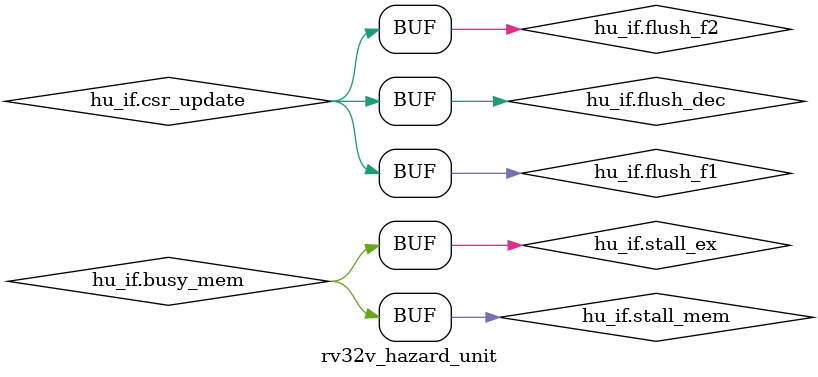
<source format=sv>
`include "rv32v_hazard_unit_if.vh"

module rv32v_hazard_unit (
  rv32v_hazard_unit_if.hazard_unit hu_if
);
  //import rv32i_types_pkg::*;

  // TODO: Add exception signal to flush

  // fetch1 stage
  assign hu_if.flush_f1 = hu_if.csr_update; // TODO: Edit this when integration
  assign hu_if.stall_f1 = hu_if.busy_mem | hu_if.busy_ex | hu_if.busy_dec; // TODO: Edit this when integration

  // fetch2 stage
  assign hu_if.flush_f2 = hu_if.csr_update; // TODO: Edit this when integration
  assign hu_if.stall_f2 = hu_if.busy_mem | hu_if.busy_ex | hu_if.busy_dec; // TODO: Edit this when integration

  // decode stage
  assign hu_if.flush_dec = hu_if.csr_update;
  assign hu_if.stall_dec = hu_if.busy_mem | hu_if.busy_ex; // double check

  // execute stage
  assign hu_if.flush_ex = hu_if.v_done;
  // assign hu_if.stall_ex = hu_if.busy_mem | hu_if.busy_ex;
  assign hu_if.stall_ex = hu_if.busy_mem;

  // memory stage
  assign hu_if.flush_mem = hu_if.v_done;
  assign hu_if.stall_mem = hu_if.busy_mem;

endmodule

</source>
